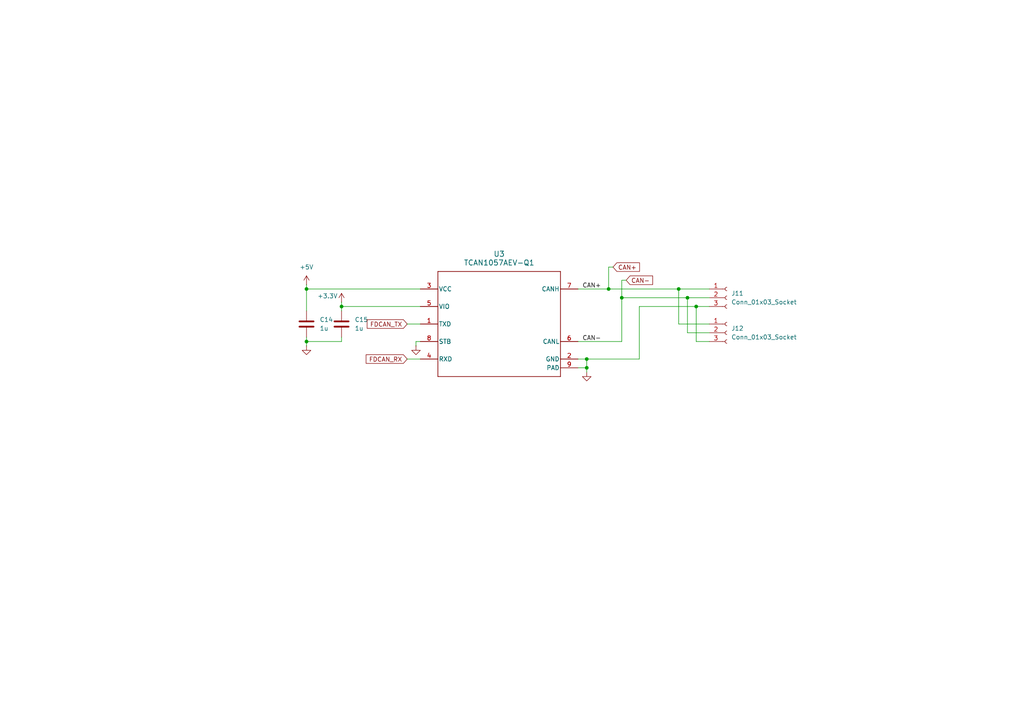
<source format=kicad_sch>
(kicad_sch (version 20250114) (generator "eeschema") (generator_version "9.0")
  (paper "A4")
  (lib_symbols
    (symbol "Connector:Conn_01x03_Socket" (pin_names (offset 1.016) (hide yes))
      (property "Reference" "J" (at 0 5.08 0))
      (property "Value" "Conn_01x03_Socket" (at 0 -5.08 0))
      (symbol "Conn_01x03_Socket_1_1"
        (polyline (pts (xy -1.27 2.54) (xy -0.508 2.54)) (stroke (width 0.1524)))
        (polyline (pts (xy -1.27 0) (xy -0.508 0)) (stroke (width 0.1524)))
        (polyline (pts (xy -1.27 -2.54) (xy -0.508 -2.54)) (stroke (width 0.1524)))
        (arc (start 0 2.032) (mid -0.5058 2.54) (end 0 3.048) (stroke (width 0.1524)))
        (arc (start 0 -0.508) (mid -0.5058 0) (end 0 0.508) (stroke (width 0.1524)))
        (arc (start 0 -3.048) (mid -0.5058 -2.54) (end 0 -2.032) (stroke (width 0.1524)))
        (pin passive line (at -5.08 2.54 0) (length 3.81) (name "Pin_1") (number "1"))
        (pin passive line (at -5.08 0 0) (length 3.81) (name "Pin_2") (number "2"))
        (pin passive line (at -5.08 -2.54 0) (length 3.81) (name "Pin_3") (number "3"))
      )
    )
    (symbol "Device:C" (pin_numbers (hide yes)) (pin_names (offset 0.254))
      (property "Reference" "C" (at 0.635 2.54 0))
      (property "Value" "C" (at 0.635 -2.54 0))
      (symbol "C_0_1"
        (polyline (pts (xy -2.032 0.762) (xy 2.032 0.762)) (stroke (width 0.508)))
        (polyline (pts (xy -2.032 -0.762) (xy 2.032 -0.762)) (stroke (width 0.508)))
      )
      (symbol "C_1_1"
        (pin passive line (at 0 3.81 270) (length 2.794) (name "~") (number "1"))
        (pin passive line (at 0 -3.81 90) (length 2.794) (name "~") (number "2"))
      )
    )
    (symbol "moteus:TCAN1042HGVDRBRQ1" (pin_names (offset 0.254))
      (property "Reference" "U" (at 0 2.54 0))
      (property "Value" "TCAN1042HGVDRBRQ1" (at 0 0 0))
      (symbol "TCAN1042HGVDRBRQ1_0_1"
        (polyline (pts (xy -17.78 15.24) (xy -17.78 -15.24)) (stroke (width 0.2032)))
        (polyline (pts (xy -17.78 -15.24) (xy 17.78 -15.24)) (stroke (width 0.2032)))
        (polyline (pts (xy 17.78 15.24) (xy -17.78 15.24)) (stroke (width 0.2032)))
        (polyline (pts (xy 17.78 -15.24) (xy 17.78 15.24)) (stroke (width 0.2032)))
        (pin power_in line (at -22.86 10.16 0) (length 5.08) (name "VCC") (number "3"))
        (pin power_in line (at -22.86 5.08 0) (length 5.08) (name "VIO") (number "5"))
        (pin input line (at -22.86 0 0) (length 5.08) (name "TXD") (number "1"))
        (pin input line (at -22.86 -5.08 0) (length 5.08) (name "STB") (number "8"))
        (pin output line (at -22.86 -10.16 0) (length 5.08) (name "RXD") (number "4"))
        (pin bidirectional line (at 22.86 10.16 180) (length 5.08) (name "CANH") (number "7"))
        (pin bidirectional line (at 22.86 -5.08 180) (length 5.08) (name "CANL") (number "6"))
        (pin power_in line (at 22.86 -10.16 180) (length 5.08) (name "GND") (number "2"))
        (pin power_in line (at 22.86 -12.7 180) (length 5.08) (name "PAD") (number "9"))
      )
    )
    (symbol "power:+3.3V" (power) (pin_numbers (hide yes)) (pin_names (offset 0) (hide yes))
      (property "Value" "+3.3V" (at 0 3.556 0))
      (symbol "+3.3V_0_1"
        (polyline (pts (xy -0.762 1.27) (xy 0 2.54)))
        (polyline (pts (xy 0 2.54) (xy 0.762 1.27)))
        (polyline (pts (xy 0 0) (xy 0 2.54)))
      )
      (symbol "+3.3V_1_1"
        (pin power_in line (at 0 0 90) (length 0) (name "~") (number "1"))
      )
    )
    (symbol "power:+5V" (power) (pin_numbers (hide yes)) (pin_names (offset 0) (hide yes))
      (property "Value" "+5V" (at 0 3.556 0))
      (symbol "+5V_0_1"
        (polyline (pts (xy -0.762 1.27) (xy 0 2.54)))
        (polyline (pts (xy 0 2.54) (xy 0.762 1.27)))
        (polyline (pts (xy 0 0) (xy 0 2.54)))
      )
      (symbol "+5V_1_1"
        (pin power_in line (at 0 0 90) (length 0) (name "~") (number "1"))
      )
    )
    (symbol "power:GND" (power) (pin_numbers (hide yes)) (pin_names (offset 0) (hide yes))
      (property "Value" "GND" (at 0 -3.81 0))
      (symbol "GND_0_1"
        (polyline (pts (xy 0 0) (xy 0 -1.27) (xy 1.27 -1.27) (xy 0 -2.54) (xy -1.27 -1.27) (xy 0 -1.27)))
      )
      (symbol "GND_1_1"
        (pin power_in line (at 0 0 270) (length 0) (name "~") (number "1"))
      )
    )
  )
  (junction (at 201.93 88.9))
  (junction (at 170.18 106.68))
  (junction (at 88.9 83.82))
  (junction (at 170.18 104.14))
  (junction (at 99.06 88.9))
  (junction (at 176.53 83.82))
  (junction (at 88.9 99.06))
  (junction (at 180.34 86.36))
  (junction (at 199.39 86.36))
  (junction (at 196.85 83.82))
  (wire (pts (xy 167.64 106.68) (xy 170.18 106.68)))
  (wire (pts (xy 170.18 106.68) (xy 170.18 107.95)))
  (wire (pts (xy 185.42 88.9) (xy 185.42 104.14)))
  (wire (pts (xy 176.53 83.82) (xy 196.85 83.82)))
  (wire (pts (xy 120.65 99.06) (xy 120.65 100.33)))
  (wire (pts (xy 180.34 86.36) (xy 199.39 86.36)))
  (wire (pts (xy 205.74 96.52) (xy 199.39 96.52)))
  (wire (pts (xy 180.34 86.36) (xy 180.34 99.06)))
  (wire (pts (xy 170.18 106.68) (xy 170.18 104.14)))
  (wire (pts (xy 205.74 99.06) (xy 201.93 99.06)))
  (wire (pts (xy 118.11 104.14) (xy 121.92 104.14)))
  (wire (pts (xy 180.34 99.06) (xy 167.64 99.06)))
  (wire (pts (xy 205.74 93.98) (xy 196.85 93.98)))
  (wire (pts (xy 88.9 90.17) (xy 88.9 83.82)))
  (wire (pts (xy 185.42 104.14) (xy 170.18 104.14)))
  (wire (pts (xy 121.92 88.9) (xy 99.06 88.9)))
  (wire (pts (xy 199.39 96.52) (xy 199.39 86.36)))
  (wire (pts (xy 121.92 99.06) (xy 120.65 99.06)))
  (wire (pts (xy 176.53 77.47) (xy 176.53 83.82)))
  (wire (pts (xy 118.11 93.98) (xy 121.92 93.98)))
  (wire (pts (xy 196.85 93.98) (xy 196.85 83.82)))
  (wire (pts (xy 88.9 82.55) (xy 88.9 83.82)))
  (wire (pts (xy 180.34 81.28) (xy 181.61 81.28)))
  (wire (pts (xy 88.9 97.79) (xy 88.9 99.06)))
  (wire (pts (xy 88.9 99.06) (xy 99.06 99.06)))
  (wire (pts (xy 199.39 86.36) (xy 205.74 86.36)))
  (wire (pts (xy 99.06 87.63) (xy 99.06 88.9)))
  (wire (pts (xy 167.64 104.14) (xy 170.18 104.14)))
  (wire (pts (xy 88.9 83.82) (xy 121.92 83.82)))
  (wire (pts (xy 99.06 88.9) (xy 99.06 90.17)))
  (wire (pts (xy 88.9 99.06) (xy 88.9 100.33)))
  (wire (pts (xy 180.34 81.28) (xy 180.34 86.36)))
  (wire (pts (xy 99.06 99.06) (xy 99.06 97.79)))
  (wire (pts (xy 201.93 88.9) (xy 205.74 88.9)))
  (wire (pts (xy 176.53 77.47) (xy 177.8 77.47)))
  (wire (pts (xy 196.85 83.82) (xy 205.74 83.82)))
  (wire (pts (xy 201.93 99.06) (xy 201.93 88.9)))
  (wire (pts (xy 185.42 88.9) (xy 201.93 88.9)))
  (wire (pts (xy 176.53 83.82) (xy 167.64 83.82)))
  (label "CAN-" (at 168.91 99.06 0))
  (label "CAN+" (at 168.91 83.82 0))
  (global_label "FDCAN_RX" (shape input) (at 118.11 104.14 180) (property "Intersheetrefs" "${INTERSHEET_REFS}" (effects (hide yes))))
  (global_label "FDCAN_TX" (shape input) (at 118.11 93.98 180) (property "Intersheetrefs" "${INTERSHEET_REFS}" (effects (hide yes))))
  (global_label "CAN+" (shape input) (at 177.8 77.47 0) (property "Intersheetrefs" "${INTERSHEET_REFS}" (effects (hide yes))))
  (global_label "CAN-" (shape input) (at 181.61 81.28 0) (property "Intersheetrefs" "${INTERSHEET_REFS}" (effects (hide yes))))
  (symbol (lib_id "power:GND") (at 170.18 107.95 0) (unit 1)
    (property "Reference" "#PWR026" (effects (hide yes)))
    (property "Value" "GND" (effects (hide yes)))
    (property "Description" "Power symbol creates a global label with name \"GND\" , ground" (effects (hide yes)))
  )
  (symbol (lib_id "Connector:Conn_01x03_Socket") (at 210.82 86.36 0) (unit 1)
    (property "Reference" "J11" (at 212.09 85.0899 0) (effects (justify left)))
    (property "Value" "Conn_01x03_Socket" (at 212.09 87.6299 0) (effects (justify left)))
    (property "Footprint" "Connector_JST:JST_PH_S3B-PH-SM4-TB_1x03-1MP_P2.00mm_Horizontal" (effects (hide yes)))
    (property "Description" "Generic connector, single row, 01x03, script generated" (effects (hide yes)))
  )
  (symbol (lib_id "Device:C") (at 99.06 93.98 0) (unit 1)
    (property "Reference" "C15" (at 102.87 92.7099 0) (effects (justify left)))
    (property "Value" "1u" (at 102.87 95.2499 0) (effects (justify left)))
    (property "Footprint" "Capacitor_SMD:C_0402_1005Metric" (effects (hide yes)))
    (property "Description" "Unpolarized capacitor" (effects (hide yes)))
  )
  (symbol (lib_id "Device:C") (at 88.9 93.98 0) (unit 1)
    (property "Reference" "C14" (at 92.71 92.7099 0) (effects (justify left)))
    (property "Value" "1u" (at 92.71 95.2499 0) (effects (justify left)))
    (property "Footprint" "Capacitor_SMD:C_0402_1005Metric" (effects (hide yes)))
    (property "Description" "Unpolarized capacitor" (effects (hide yes)))
  )
  (symbol (lib_id "Connector:Conn_01x03_Socket") (at 210.82 96.52 0) (unit 1)
    (property "Reference" "J12" (at 212.09 95.2499 0) (effects (justify left)))
    (property "Value" "Conn_01x03_Socket" (at 212.09 97.7899 0) (effects (justify left)))
    (property "Footprint" "Connector_JST:JST_PH_S3B-PH-SM4-TB_1x03-1MP_P2.00mm_Horizontal" (effects (hide yes)))
    (property "Description" "Generic connector, single row, 01x03, script generated" (effects (hide yes)))
  )
  (symbol (lib_id "power:+5V") (at 88.9 82.55 0) (unit 1)
    (property "Reference" "#PWR022" (effects (hide yes)))
    (property "Value" "+5V" (at 88.9 77.47 0))
    (property "Description" "Power symbol creates a global label with name \"+5V\"" (effects (hide yes)))
  )
  (symbol (lib_id "moteus:TCAN1042HGVDRBRQ1") (at 144.78 93.98 0) (unit 1)
    (property "Reference" "U3" (at 144.78 73.66 0) (effects (font (size 1.524 1.524))))
    (property "Value" "TCAN1057AEV-Q1" (at 144.78 76.2 0) (effects (font (size 1.524 1.524))))
    (property "Footprint" "Package_SO:SOIC-8_3.9x4.9mm_P1.27mm" (effects (hide yes)))
    (property "Datasheet" "TCAN1057AEVDRQ1" (effects (hide yes)))
    (property "MPN" "TCAN1057AEVDRQ1" (effects (hide yes)))
    (property "MF" "TI" (effects (hide yes)))
    (property "POPULATE" "1" (effects (hide yes)))
  )
  (symbol (lib_id "power:GND") (at 120.65 100.33 0) (unit 1)
    (property "Reference" "#PWR025" (effects (hide yes)))
    (property "Value" "GND" (effects (hide yes)))
    (property "Description" "Power symbol creates a global label with name \"GND\" , ground" (effects (hide yes)))
  )
  (symbol (lib_id "power:+3.3V") (at 99.06 87.63 0) (unit 1)
    (property "Reference" "#PWR024" (effects (hide yes)))
    (property "Value" "+3.3V" (at 94.996 85.852 0))
    (property "Description" "Power symbol creates a global label with name \"+3.3V\"" (effects (hide yes)))
  )
  (symbol (lib_id "power:GND") (at 88.9 100.33 0) (unit 1)
    (property "Reference" "#PWR023" (effects (hide yes)))
    (property "Value" "GND" (effects (hide yes)))
    (property "Description" "Power symbol creates a global label with name \"GND\" , ground" (effects (hide yes)))
  )
)
</source>
